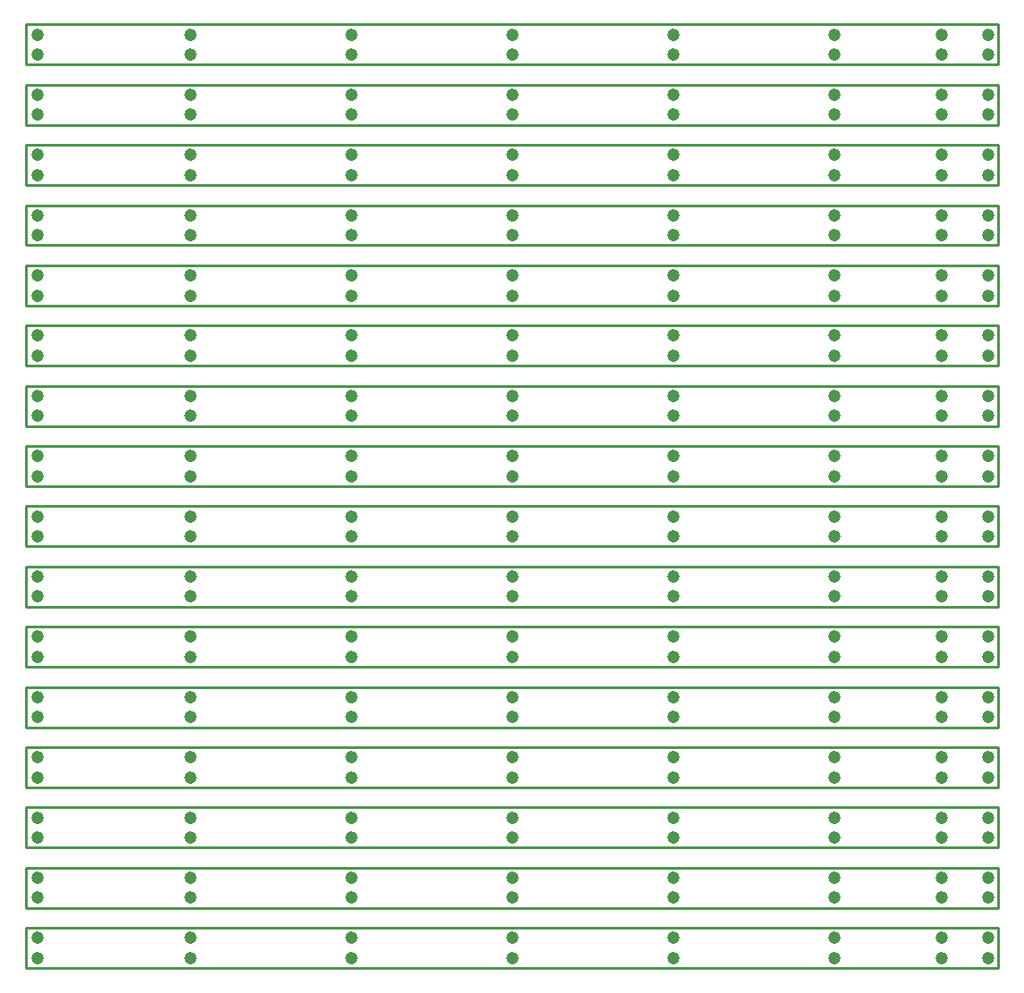
<source format=gbs>
G75*
G70*
%OFA0B0*%
%FSLAX25Y25*%
%IPPOS*%
%LPD*%
%AMOC8*
5,1,8,0,0,1.08239X$1,22.5*
%
%ADD11C,0.01000*%
%ADD12C,0.04700*%
X0010000Y0010000D02*
G75*
%LPD*%
D11*
X0010000Y0010000D02*
X0010000Y0024960D01*
X0372500Y0024960D01*
X0372500Y0010000D01*
X0010000Y0010000D01*
D12*
X0014380Y0013750D03*
X0071250Y0013750D03*
X0131250Y0013750D03*
X0191250Y0013750D03*
X0251250Y0013750D03*
X0311250Y0013750D03*
X0351250Y0013750D03*
X0368750Y0013750D03*
X0368750Y0021250D03*
X0351250Y0021250D03*
X0311250Y0021250D03*
X0251250Y0021250D03*
X0191250Y0021250D03*
X0131250Y0021250D03*
X0071250Y0021250D03*
X0014380Y0021250D03*
X0010000Y0032460D02*
G75*
%LPD*%
D11*
X0010000Y0032460D02*
X0010000Y0047420D01*
X0372500Y0047420D01*
X0372500Y0032460D01*
X0010000Y0032460D01*
D12*
X0014380Y0036210D03*
X0071250Y0036210D03*
X0131250Y0036210D03*
X0191250Y0036210D03*
X0251250Y0036210D03*
X0311250Y0036210D03*
X0351250Y0036210D03*
X0368750Y0036210D03*
X0368750Y0043710D03*
X0351250Y0043710D03*
X0311250Y0043710D03*
X0251250Y0043710D03*
X0191250Y0043710D03*
X0131250Y0043710D03*
X0071250Y0043710D03*
X0014380Y0043710D03*
X0010000Y0054920D02*
G75*
%LPD*%
D11*
X0010000Y0054920D02*
X0010000Y0069880D01*
X0372500Y0069880D01*
X0372500Y0054920D01*
X0010000Y0054920D01*
D12*
X0014380Y0058670D03*
X0071250Y0058670D03*
X0131250Y0058670D03*
X0191250Y0058670D03*
X0251250Y0058670D03*
X0311250Y0058670D03*
X0351250Y0058670D03*
X0368750Y0058670D03*
X0368750Y0066170D03*
X0351250Y0066170D03*
X0311250Y0066170D03*
X0251250Y0066170D03*
X0191250Y0066170D03*
X0131250Y0066170D03*
X0071250Y0066170D03*
X0014380Y0066170D03*
X0010000Y0077380D02*
G75*
%LPD*%
D11*
X0010000Y0077380D02*
X0010000Y0092340D01*
X0372500Y0092340D01*
X0372500Y0077380D01*
X0010000Y0077380D01*
D12*
X0014380Y0081130D03*
X0071250Y0081130D03*
X0131250Y0081130D03*
X0191250Y0081130D03*
X0251250Y0081130D03*
X0311250Y0081130D03*
X0351250Y0081130D03*
X0368750Y0081130D03*
X0368750Y0088630D03*
X0351250Y0088630D03*
X0311250Y0088630D03*
X0251250Y0088630D03*
X0191250Y0088630D03*
X0131250Y0088630D03*
X0071250Y0088630D03*
X0014380Y0088630D03*
X0010000Y0099840D02*
G75*
%LPD*%
D11*
X0010000Y0099840D02*
X0010000Y0114800D01*
X0372500Y0114800D01*
X0372500Y0099840D01*
X0010000Y0099840D01*
D12*
X0014380Y0103590D03*
X0071250Y0103590D03*
X0131250Y0103590D03*
X0191250Y0103590D03*
X0251250Y0103590D03*
X0311250Y0103590D03*
X0351250Y0103590D03*
X0368750Y0103590D03*
X0368750Y0111090D03*
X0351250Y0111090D03*
X0311250Y0111090D03*
X0251250Y0111090D03*
X0191250Y0111090D03*
X0131250Y0111090D03*
X0071250Y0111090D03*
X0014380Y0111090D03*
X0010000Y0122300D02*
G75*
%LPD*%
D11*
X0010000Y0122300D02*
X0010000Y0137260D01*
X0372500Y0137260D01*
X0372500Y0122300D01*
X0010000Y0122300D01*
D12*
X0014380Y0126050D03*
X0071250Y0126050D03*
X0131250Y0126050D03*
X0191250Y0126050D03*
X0251250Y0126050D03*
X0311250Y0126050D03*
X0351250Y0126050D03*
X0368750Y0126050D03*
X0368750Y0133550D03*
X0351250Y0133550D03*
X0311250Y0133550D03*
X0251250Y0133550D03*
X0191250Y0133550D03*
X0131250Y0133550D03*
X0071250Y0133550D03*
X0014380Y0133550D03*
X0010000Y0144760D02*
G75*
%LPD*%
D11*
X0010000Y0144760D02*
X0010000Y0159720D01*
X0372500Y0159720D01*
X0372500Y0144760D01*
X0010000Y0144760D01*
D12*
X0014380Y0148510D03*
X0071250Y0148510D03*
X0131250Y0148510D03*
X0191250Y0148510D03*
X0251250Y0148510D03*
X0311250Y0148510D03*
X0351250Y0148510D03*
X0368750Y0148510D03*
X0368750Y0156010D03*
X0351250Y0156010D03*
X0311250Y0156010D03*
X0251250Y0156010D03*
X0191250Y0156010D03*
X0131250Y0156010D03*
X0071250Y0156010D03*
X0014380Y0156010D03*
X0010000Y0167220D02*
G75*
%LPD*%
D11*
X0010000Y0167220D02*
X0010000Y0182180D01*
X0372500Y0182180D01*
X0372500Y0167220D01*
X0010000Y0167220D01*
D12*
X0014380Y0170970D03*
X0071250Y0170970D03*
X0131250Y0170970D03*
X0191250Y0170970D03*
X0251250Y0170970D03*
X0311250Y0170970D03*
X0351250Y0170970D03*
X0368750Y0170970D03*
X0368750Y0178470D03*
X0351250Y0178470D03*
X0311250Y0178470D03*
X0251250Y0178470D03*
X0191250Y0178470D03*
X0131250Y0178470D03*
X0071250Y0178470D03*
X0014380Y0178470D03*
X0010000Y0189680D02*
G75*
%LPD*%
D11*
X0010000Y0189680D02*
X0010000Y0204640D01*
X0372500Y0204640D01*
X0372500Y0189680D01*
X0010000Y0189680D01*
D12*
X0014380Y0193430D03*
X0071250Y0193430D03*
X0131250Y0193430D03*
X0191250Y0193430D03*
X0251250Y0193430D03*
X0311250Y0193430D03*
X0351250Y0193430D03*
X0368750Y0193430D03*
X0368750Y0200930D03*
X0351250Y0200930D03*
X0311250Y0200930D03*
X0251250Y0200930D03*
X0191250Y0200930D03*
X0131250Y0200930D03*
X0071250Y0200930D03*
X0014380Y0200930D03*
X0010000Y0212140D02*
G75*
%LPD*%
D11*
X0010000Y0212140D02*
X0010000Y0227100D01*
X0372500Y0227100D01*
X0372500Y0212140D01*
X0010000Y0212140D01*
D12*
X0014380Y0215890D03*
X0071250Y0215890D03*
X0131250Y0215890D03*
X0191250Y0215890D03*
X0251250Y0215890D03*
X0311250Y0215890D03*
X0351250Y0215890D03*
X0368750Y0215890D03*
X0368750Y0223390D03*
X0351250Y0223390D03*
X0311250Y0223390D03*
X0251250Y0223390D03*
X0191250Y0223390D03*
X0131250Y0223390D03*
X0071250Y0223390D03*
X0014380Y0223390D03*
X0010000Y0234600D02*
G75*
%LPD*%
D11*
X0010000Y0234600D02*
X0010000Y0249560D01*
X0372500Y0249560D01*
X0372500Y0234600D01*
X0010000Y0234600D01*
D12*
X0014380Y0238350D03*
X0071250Y0238350D03*
X0131250Y0238350D03*
X0191250Y0238350D03*
X0251250Y0238350D03*
X0311250Y0238350D03*
X0351250Y0238350D03*
X0368750Y0238350D03*
X0368750Y0245850D03*
X0351250Y0245850D03*
X0311250Y0245850D03*
X0251250Y0245850D03*
X0191250Y0245850D03*
X0131250Y0245850D03*
X0071250Y0245850D03*
X0014380Y0245850D03*
X0010000Y0257060D02*
G75*
%LPD*%
D11*
X0010000Y0257060D02*
X0010000Y0272020D01*
X0372500Y0272020D01*
X0372500Y0257060D01*
X0010000Y0257060D01*
D12*
X0014380Y0260810D03*
X0071250Y0260810D03*
X0131250Y0260810D03*
X0191250Y0260810D03*
X0251250Y0260810D03*
X0311250Y0260810D03*
X0351250Y0260810D03*
X0368750Y0260810D03*
X0368750Y0268310D03*
X0351250Y0268310D03*
X0311250Y0268310D03*
X0251250Y0268310D03*
X0191250Y0268310D03*
X0131250Y0268310D03*
X0071250Y0268310D03*
X0014380Y0268310D03*
X0010000Y0279520D02*
G75*
%LPD*%
D11*
X0010000Y0279520D02*
X0010000Y0294480D01*
X0372500Y0294480D01*
X0372500Y0279520D01*
X0010000Y0279520D01*
D12*
X0014380Y0283270D03*
X0071250Y0283270D03*
X0131250Y0283270D03*
X0191250Y0283270D03*
X0251250Y0283270D03*
X0311250Y0283270D03*
X0351250Y0283270D03*
X0368750Y0283270D03*
X0368750Y0290770D03*
X0351250Y0290770D03*
X0311250Y0290770D03*
X0251250Y0290770D03*
X0191250Y0290770D03*
X0131250Y0290770D03*
X0071250Y0290770D03*
X0014380Y0290770D03*
X0010000Y0301980D02*
G75*
%LPD*%
D11*
X0010000Y0301980D02*
X0010000Y0316940D01*
X0372500Y0316940D01*
X0372500Y0301980D01*
X0010000Y0301980D01*
D12*
X0014380Y0305730D03*
X0071250Y0305730D03*
X0131250Y0305730D03*
X0191250Y0305730D03*
X0251250Y0305730D03*
X0311250Y0305730D03*
X0351250Y0305730D03*
X0368750Y0305730D03*
X0368750Y0313230D03*
X0351250Y0313230D03*
X0311250Y0313230D03*
X0251250Y0313230D03*
X0191250Y0313230D03*
X0131250Y0313230D03*
X0071250Y0313230D03*
X0014380Y0313230D03*
X0010000Y0324440D02*
G75*
%LPD*%
D11*
X0010000Y0324440D02*
X0010000Y0339400D01*
X0372500Y0339400D01*
X0372500Y0324440D01*
X0010000Y0324440D01*
D12*
X0014380Y0328190D03*
X0071250Y0328190D03*
X0131250Y0328190D03*
X0191250Y0328190D03*
X0251250Y0328190D03*
X0311250Y0328190D03*
X0351250Y0328190D03*
X0368750Y0328190D03*
X0368750Y0335690D03*
X0351250Y0335690D03*
X0311250Y0335690D03*
X0251250Y0335690D03*
X0191250Y0335690D03*
X0131250Y0335690D03*
X0071250Y0335690D03*
X0014380Y0335690D03*
X0010000Y0346900D02*
G75*
%LPD*%
D11*
X0010000Y0346900D02*
X0010000Y0361860D01*
X0372500Y0361860D01*
X0372500Y0346900D01*
X0010000Y0346900D01*
D12*
X0014380Y0350650D03*
X0071250Y0350650D03*
X0131250Y0350650D03*
X0191250Y0350650D03*
X0251250Y0350650D03*
X0311250Y0350650D03*
X0351250Y0350650D03*
X0368750Y0350650D03*
X0368750Y0358150D03*
X0351250Y0358150D03*
X0311250Y0358150D03*
X0251250Y0358150D03*
X0191250Y0358150D03*
X0131250Y0358150D03*
X0071250Y0358150D03*
X0014380Y0358150D03*
M02*

</source>
